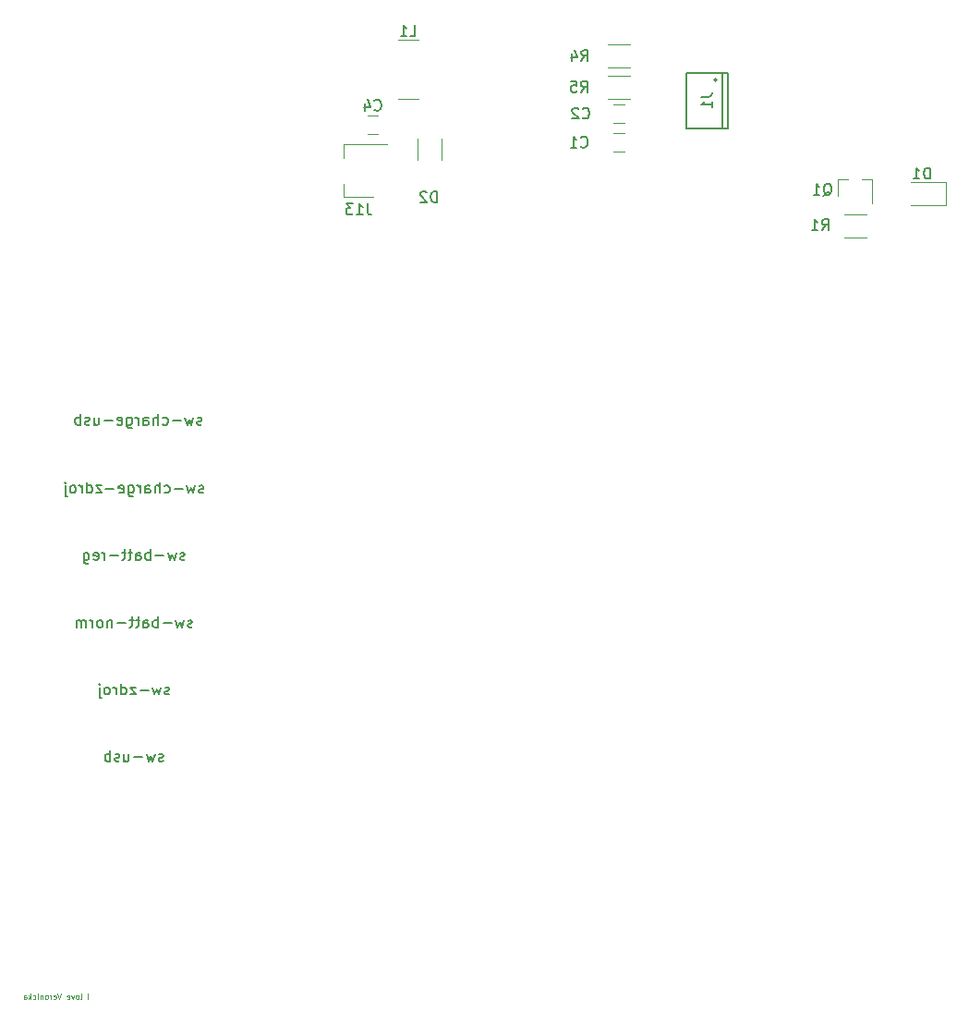
<source format=gbo>
G04 #@! TF.GenerationSoftware,KiCad,Pcbnew,(6.0.0-rc1-dev-637-g704615721)*
G04 #@! TF.CreationDate,2018-10-01T23:53:43+02:00*
G04 #@! TF.ProjectId,fan-v1.0,66616E2D76312E302E6B696361645F70,rev?*
G04 #@! TF.SameCoordinates,Original*
G04 #@! TF.FileFunction,Legend,Bot*
G04 #@! TF.FilePolarity,Positive*
%FSLAX46Y46*%
G04 Gerber Fmt 4.6, Leading zero omitted, Abs format (unit mm)*
G04 Created by KiCad (PCBNEW (6.0.0-rc1-dev-637-g704615721)) date 10/01/18 23:53:43*
%MOMM*%
%LPD*%
G01*
G04 APERTURE LIST*
%ADD10C,0.125000*%
%ADD11C,0.120000*%
%ADD12C,0.150000*%
G04 APERTURE END LIST*
D10*
X65399076Y-128775590D02*
X65399076Y-128275590D01*
X64708600Y-128775590D02*
X64756219Y-128751780D01*
X64780028Y-128704161D01*
X64780028Y-128275590D01*
X64446695Y-128775590D02*
X64494314Y-128751780D01*
X64518123Y-128727971D01*
X64541933Y-128680352D01*
X64541933Y-128537495D01*
X64518123Y-128489876D01*
X64494314Y-128466066D01*
X64446695Y-128442257D01*
X64375266Y-128442257D01*
X64327647Y-128466066D01*
X64303838Y-128489876D01*
X64280028Y-128537495D01*
X64280028Y-128680352D01*
X64303838Y-128727971D01*
X64327647Y-128751780D01*
X64375266Y-128775590D01*
X64446695Y-128775590D01*
X64113361Y-128442257D02*
X63994314Y-128775590D01*
X63875266Y-128442257D01*
X63494314Y-128751780D02*
X63541933Y-128775590D01*
X63637171Y-128775590D01*
X63684790Y-128751780D01*
X63708600Y-128704161D01*
X63708600Y-128513685D01*
X63684790Y-128466066D01*
X63637171Y-128442257D01*
X63541933Y-128442257D01*
X63494314Y-128466066D01*
X63470504Y-128513685D01*
X63470504Y-128561304D01*
X63708600Y-128608923D01*
X62946695Y-128275590D02*
X62780028Y-128775590D01*
X62613361Y-128275590D01*
X62256219Y-128751780D02*
X62303838Y-128775590D01*
X62399076Y-128775590D01*
X62446695Y-128751780D01*
X62470504Y-128704161D01*
X62470504Y-128513685D01*
X62446695Y-128466066D01*
X62399076Y-128442257D01*
X62303838Y-128442257D01*
X62256219Y-128466066D01*
X62232409Y-128513685D01*
X62232409Y-128561304D01*
X62470504Y-128608923D01*
X62018123Y-128775590D02*
X62018123Y-128442257D01*
X62018123Y-128537495D02*
X61994314Y-128489876D01*
X61970504Y-128466066D01*
X61922885Y-128442257D01*
X61875266Y-128442257D01*
X61637171Y-128775590D02*
X61684790Y-128751780D01*
X61708600Y-128727971D01*
X61732409Y-128680352D01*
X61732409Y-128537495D01*
X61708600Y-128489876D01*
X61684790Y-128466066D01*
X61637171Y-128442257D01*
X61565742Y-128442257D01*
X61518123Y-128466066D01*
X61494314Y-128489876D01*
X61470504Y-128537495D01*
X61470504Y-128680352D01*
X61494314Y-128727971D01*
X61518123Y-128751780D01*
X61565742Y-128775590D01*
X61637171Y-128775590D01*
X61256219Y-128442257D02*
X61256219Y-128775590D01*
X61256219Y-128489876D02*
X61232409Y-128466066D01*
X61184790Y-128442257D01*
X61113361Y-128442257D01*
X61065742Y-128466066D01*
X61041933Y-128513685D01*
X61041933Y-128775590D01*
X60803838Y-128775590D02*
X60803838Y-128442257D01*
X60803838Y-128275590D02*
X60827647Y-128299400D01*
X60803838Y-128323209D01*
X60780028Y-128299400D01*
X60803838Y-128275590D01*
X60803838Y-128323209D01*
X60351457Y-128751780D02*
X60399076Y-128775590D01*
X60494314Y-128775590D01*
X60541933Y-128751780D01*
X60565742Y-128727971D01*
X60589552Y-128680352D01*
X60589552Y-128537495D01*
X60565742Y-128489876D01*
X60541933Y-128466066D01*
X60494314Y-128442257D01*
X60399076Y-128442257D01*
X60351457Y-128466066D01*
X60137171Y-128775590D02*
X60137171Y-128275590D01*
X60089552Y-128585114D02*
X59946695Y-128775590D01*
X59946695Y-128442257D02*
X60137171Y-128632733D01*
X59518123Y-128775590D02*
X59518123Y-128513685D01*
X59541933Y-128466066D01*
X59589552Y-128442257D01*
X59684790Y-128442257D01*
X59732409Y-128466066D01*
X59518123Y-128751780D02*
X59565742Y-128775590D01*
X59684790Y-128775590D01*
X59732409Y-128751780D01*
X59756219Y-128704161D01*
X59756219Y-128656542D01*
X59732409Y-128608923D01*
X59684790Y-128585114D01*
X59565742Y-128585114D01*
X59518123Y-128561304D01*
D11*
G04 #@! TO.C,C1*
X114551400Y-51167400D02*
X113551400Y-51167400D01*
X113551400Y-49467400D02*
X114551400Y-49467400D01*
G04 #@! TO.C,C2*
X114540600Y-48513100D02*
X113540600Y-48513100D01*
X113540600Y-46813100D02*
X114540600Y-46813100D01*
G04 #@! TO.C,R4*
X115073600Y-41322600D02*
X113073600Y-41322600D01*
X113073600Y-43462600D02*
X115073600Y-43462600D01*
G04 #@! TO.C,R5*
X113084100Y-46320100D02*
X115084100Y-46320100D01*
X115084100Y-44180100D02*
X113084100Y-44180100D01*
G04 #@! TO.C,R1*
X134735400Y-59058200D02*
X136735400Y-59058200D01*
X136735400Y-56918200D02*
X134735400Y-56918200D01*
G04 #@! TO.C,D1*
X144035000Y-56051000D02*
X140835000Y-56051000D01*
X140835000Y-53931000D02*
X144035000Y-53931000D01*
X144035000Y-53931000D02*
X144035000Y-56051000D01*
D12*
G04 #@! TO.C,J1*
X124053600Y-48996600D02*
X120243600Y-48996600D01*
X124053600Y-43916600D02*
X120243600Y-43916600D01*
X124053600Y-43916600D02*
X124053600Y-48996600D01*
X120243600Y-43916600D02*
X120243600Y-48996600D01*
X123545600Y-43916600D02*
X123545600Y-48996600D01*
X123037600Y-44551600D02*
G75*
G03X123037600Y-44551600I-127000J0D01*
G01*
D11*
G04 #@! TO.C,Q1*
X134132200Y-53723000D02*
X134132200Y-55183000D01*
X137292200Y-53723000D02*
X137292200Y-55883000D01*
X137292200Y-53723000D02*
X136362200Y-53723000D01*
X134132200Y-53723000D02*
X135062200Y-53723000D01*
G04 #@! TO.C,C4*
X91996200Y-49541800D02*
X90996200Y-49541800D01*
X90996200Y-47841800D02*
X91996200Y-47841800D01*
G04 #@! TO.C,D2*
X97767800Y-51945800D02*
X97767800Y-49945800D01*
X95627800Y-49945800D02*
X95627800Y-51945800D01*
G04 #@! TO.C,J13*
X88820600Y-50508200D02*
X88820600Y-51708200D01*
X92820600Y-50508200D02*
X88820600Y-50508200D01*
X88820600Y-55308200D02*
X91520600Y-55308200D01*
X88820600Y-54108200D02*
X88820600Y-55308200D01*
G04 #@! TO.C,L1*
X95697800Y-40941800D02*
X93797800Y-40941800D01*
X93797800Y-46281800D02*
X95697800Y-46281800D01*
G04 #@! TO.C,sw-charge-usb*
D12*
X75837323Y-76122161D02*
X75742085Y-76169780D01*
X75551609Y-76169780D01*
X75456371Y-76122161D01*
X75408752Y-76026923D01*
X75408752Y-75979304D01*
X75456371Y-75884066D01*
X75551609Y-75836447D01*
X75694466Y-75836447D01*
X75789704Y-75788828D01*
X75837323Y-75693590D01*
X75837323Y-75645971D01*
X75789704Y-75550733D01*
X75694466Y-75503114D01*
X75551609Y-75503114D01*
X75456371Y-75550733D01*
X75075419Y-75503114D02*
X74884942Y-76169780D01*
X74694466Y-75693590D01*
X74503990Y-76169780D01*
X74313514Y-75503114D01*
X73932561Y-75788828D02*
X73170657Y-75788828D01*
X72265895Y-76122161D02*
X72361133Y-76169780D01*
X72551609Y-76169780D01*
X72646847Y-76122161D01*
X72694466Y-76074542D01*
X72742085Y-75979304D01*
X72742085Y-75693590D01*
X72694466Y-75598352D01*
X72646847Y-75550733D01*
X72551609Y-75503114D01*
X72361133Y-75503114D01*
X72265895Y-75550733D01*
X71837323Y-76169780D02*
X71837323Y-75169780D01*
X71408752Y-76169780D02*
X71408752Y-75645971D01*
X71456371Y-75550733D01*
X71551609Y-75503114D01*
X71694466Y-75503114D01*
X71789704Y-75550733D01*
X71837323Y-75598352D01*
X70503990Y-76169780D02*
X70503990Y-75645971D01*
X70551609Y-75550733D01*
X70646847Y-75503114D01*
X70837323Y-75503114D01*
X70932561Y-75550733D01*
X70503990Y-76122161D02*
X70599228Y-76169780D01*
X70837323Y-76169780D01*
X70932561Y-76122161D01*
X70980180Y-76026923D01*
X70980180Y-75931685D01*
X70932561Y-75836447D01*
X70837323Y-75788828D01*
X70599228Y-75788828D01*
X70503990Y-75741209D01*
X70027800Y-76169780D02*
X70027800Y-75503114D01*
X70027800Y-75693590D02*
X69980180Y-75598352D01*
X69932561Y-75550733D01*
X69837323Y-75503114D01*
X69742085Y-75503114D01*
X68980180Y-75503114D02*
X68980180Y-76312638D01*
X69027800Y-76407876D01*
X69075419Y-76455495D01*
X69170657Y-76503114D01*
X69313514Y-76503114D01*
X69408752Y-76455495D01*
X68980180Y-76122161D02*
X69075419Y-76169780D01*
X69265895Y-76169780D01*
X69361133Y-76122161D01*
X69408752Y-76074542D01*
X69456371Y-75979304D01*
X69456371Y-75693590D01*
X69408752Y-75598352D01*
X69361133Y-75550733D01*
X69265895Y-75503114D01*
X69075419Y-75503114D01*
X68980180Y-75550733D01*
X68123038Y-76122161D02*
X68218276Y-76169780D01*
X68408752Y-76169780D01*
X68503990Y-76122161D01*
X68551609Y-76026923D01*
X68551609Y-75645971D01*
X68503990Y-75550733D01*
X68408752Y-75503114D01*
X68218276Y-75503114D01*
X68123038Y-75550733D01*
X68075419Y-75645971D01*
X68075419Y-75741209D01*
X68551609Y-75836447D01*
X67646847Y-75788828D02*
X66884942Y-75788828D01*
X65980180Y-75503114D02*
X65980180Y-76169780D01*
X66408752Y-75503114D02*
X66408752Y-76026923D01*
X66361133Y-76122161D01*
X66265895Y-76169780D01*
X66123038Y-76169780D01*
X66027800Y-76122161D01*
X65980180Y-76074542D01*
X65551609Y-76122161D02*
X65456371Y-76169780D01*
X65265895Y-76169780D01*
X65170657Y-76122161D01*
X65123038Y-76026923D01*
X65123038Y-75979304D01*
X65170657Y-75884066D01*
X65265895Y-75836447D01*
X65408752Y-75836447D01*
X65503990Y-75788828D01*
X65551609Y-75693590D01*
X65551609Y-75645971D01*
X65503990Y-75550733D01*
X65408752Y-75503114D01*
X65265895Y-75503114D01*
X65170657Y-75550733D01*
X64694466Y-76169780D02*
X64694466Y-75169780D01*
X64694466Y-75550733D02*
X64599228Y-75503114D01*
X64408752Y-75503114D01*
X64313514Y-75550733D01*
X64265895Y-75598352D01*
X64218276Y-75693590D01*
X64218276Y-75979304D01*
X64265895Y-76074542D01*
X64313514Y-76122161D01*
X64408752Y-76169780D01*
X64599228Y-76169780D01*
X64694466Y-76122161D01*
G04 #@! TO.C,C1*
X110580466Y-50674542D02*
X110628085Y-50722161D01*
X110770942Y-50769780D01*
X110866180Y-50769780D01*
X111009038Y-50722161D01*
X111104276Y-50626923D01*
X111151895Y-50531685D01*
X111199514Y-50341209D01*
X111199514Y-50198352D01*
X111151895Y-50007876D01*
X111104276Y-49912638D01*
X111009038Y-49817400D01*
X110866180Y-49769780D01*
X110770942Y-49769780D01*
X110628085Y-49817400D01*
X110580466Y-49865019D01*
X109628085Y-50769780D02*
X110199514Y-50769780D01*
X109913800Y-50769780D02*
X109913800Y-49769780D01*
X110009038Y-49912638D01*
X110104276Y-50007876D01*
X110199514Y-50055495D01*
G04 #@! TO.C,C2*
X110732866Y-48032942D02*
X110780485Y-48080561D01*
X110923342Y-48128180D01*
X111018580Y-48128180D01*
X111161438Y-48080561D01*
X111256676Y-47985323D01*
X111304295Y-47890085D01*
X111351914Y-47699609D01*
X111351914Y-47556752D01*
X111304295Y-47366276D01*
X111256676Y-47271038D01*
X111161438Y-47175800D01*
X111018580Y-47128180D01*
X110923342Y-47128180D01*
X110780485Y-47175800D01*
X110732866Y-47223419D01*
X110351914Y-47223419D02*
X110304295Y-47175800D01*
X110209057Y-47128180D01*
X109970961Y-47128180D01*
X109875723Y-47175800D01*
X109828104Y-47223419D01*
X109780485Y-47318657D01*
X109780485Y-47413895D01*
X109828104Y-47556752D01*
X110399533Y-48128180D01*
X109780485Y-48128180D01*
G04 #@! TO.C,R4*
X110631266Y-42844980D02*
X110964600Y-42368790D01*
X111202695Y-42844980D02*
X111202695Y-41844980D01*
X110821742Y-41844980D01*
X110726504Y-41892600D01*
X110678885Y-41940219D01*
X110631266Y-42035457D01*
X110631266Y-42178314D01*
X110678885Y-42273552D01*
X110726504Y-42321171D01*
X110821742Y-42368790D01*
X111202695Y-42368790D01*
X109774123Y-42178314D02*
X109774123Y-42844980D01*
X110012219Y-41797361D02*
X110250314Y-42511647D01*
X109631266Y-42511647D01*
G04 #@! TO.C,R5*
X110580466Y-45689780D02*
X110913800Y-45213590D01*
X111151895Y-45689780D02*
X111151895Y-44689780D01*
X110770942Y-44689780D01*
X110675704Y-44737400D01*
X110628085Y-44785019D01*
X110580466Y-44880257D01*
X110580466Y-45023114D01*
X110628085Y-45118352D01*
X110675704Y-45165971D01*
X110770942Y-45213590D01*
X111151895Y-45213590D01*
X109675704Y-44689780D02*
X110151895Y-44689780D01*
X110199514Y-45165971D01*
X110151895Y-45118352D01*
X110056657Y-45070733D01*
X109818561Y-45070733D01*
X109723323Y-45118352D01*
X109675704Y-45165971D01*
X109628085Y-45261209D01*
X109628085Y-45499304D01*
X109675704Y-45594542D01*
X109723323Y-45642161D01*
X109818561Y-45689780D01*
X110056657Y-45689780D01*
X110151895Y-45642161D01*
X110199514Y-45594542D01*
G04 #@! TO.C,R1*
X132678466Y-58338980D02*
X133011800Y-57862790D01*
X133249895Y-58338980D02*
X133249895Y-57338980D01*
X132868942Y-57338980D01*
X132773704Y-57386600D01*
X132726085Y-57434219D01*
X132678466Y-57529457D01*
X132678466Y-57672314D01*
X132726085Y-57767552D01*
X132773704Y-57815171D01*
X132868942Y-57862790D01*
X133249895Y-57862790D01*
X131726085Y-58338980D02*
X132297514Y-58338980D01*
X132011800Y-58338980D02*
X132011800Y-57338980D01*
X132107038Y-57481838D01*
X132202276Y-57577076D01*
X132297514Y-57624695D01*
G04 #@! TO.C,D1*
X142573095Y-53643380D02*
X142573095Y-52643380D01*
X142335000Y-52643380D01*
X142192142Y-52691000D01*
X142096904Y-52786238D01*
X142049285Y-52881476D01*
X142001666Y-53071952D01*
X142001666Y-53214809D01*
X142049285Y-53405285D01*
X142096904Y-53500523D01*
X142192142Y-53595761D01*
X142335000Y-53643380D01*
X142573095Y-53643380D01*
X141049285Y-53643380D02*
X141620714Y-53643380D01*
X141335000Y-53643380D02*
X141335000Y-52643380D01*
X141430238Y-52786238D01*
X141525476Y-52881476D01*
X141620714Y-52929095D01*
G04 #@! TO.C,J1*
X121600980Y-46123266D02*
X122315266Y-46123266D01*
X122458123Y-46075647D01*
X122553361Y-45980409D01*
X122600980Y-45837552D01*
X122600980Y-45742314D01*
X122600980Y-47123266D02*
X122600980Y-46551838D01*
X122600980Y-46837552D02*
X121600980Y-46837552D01*
X121743838Y-46742314D01*
X121839076Y-46647076D01*
X121886695Y-46551838D01*
G04 #@! TO.C,Q1*
X132810238Y-55183019D02*
X132905476Y-55135400D01*
X133000714Y-55040161D01*
X133143571Y-54897304D01*
X133238809Y-54849685D01*
X133334047Y-54849685D01*
X133286428Y-55087780D02*
X133381666Y-55040161D01*
X133476904Y-54944923D01*
X133524523Y-54754447D01*
X133524523Y-54421114D01*
X133476904Y-54230638D01*
X133381666Y-54135400D01*
X133286428Y-54087780D01*
X133095952Y-54087780D01*
X133000714Y-54135400D01*
X132905476Y-54230638D01*
X132857857Y-54421114D01*
X132857857Y-54754447D01*
X132905476Y-54944923D01*
X133000714Y-55040161D01*
X133095952Y-55087780D01*
X133286428Y-55087780D01*
X131905476Y-55087780D02*
X132476904Y-55087780D01*
X132191190Y-55087780D02*
X132191190Y-54087780D01*
X132286428Y-54230638D01*
X132381666Y-54325876D01*
X132476904Y-54373495D01*
G04 #@! TO.C,sw-charge-zdroj*
X75978542Y-82370561D02*
X75883304Y-82418180D01*
X75692828Y-82418180D01*
X75597590Y-82370561D01*
X75549971Y-82275323D01*
X75549971Y-82227704D01*
X75597590Y-82132466D01*
X75692828Y-82084847D01*
X75835685Y-82084847D01*
X75930923Y-82037228D01*
X75978542Y-81941990D01*
X75978542Y-81894371D01*
X75930923Y-81799133D01*
X75835685Y-81751514D01*
X75692828Y-81751514D01*
X75597590Y-81799133D01*
X75216638Y-81751514D02*
X75026161Y-82418180D01*
X74835685Y-81941990D01*
X74645209Y-82418180D01*
X74454733Y-81751514D01*
X74073780Y-82037228D02*
X73311876Y-82037228D01*
X72407114Y-82370561D02*
X72502352Y-82418180D01*
X72692828Y-82418180D01*
X72788066Y-82370561D01*
X72835685Y-82322942D01*
X72883304Y-82227704D01*
X72883304Y-81941990D01*
X72835685Y-81846752D01*
X72788066Y-81799133D01*
X72692828Y-81751514D01*
X72502352Y-81751514D01*
X72407114Y-81799133D01*
X71978542Y-82418180D02*
X71978542Y-81418180D01*
X71549971Y-82418180D02*
X71549971Y-81894371D01*
X71597590Y-81799133D01*
X71692828Y-81751514D01*
X71835685Y-81751514D01*
X71930923Y-81799133D01*
X71978542Y-81846752D01*
X70645209Y-82418180D02*
X70645209Y-81894371D01*
X70692828Y-81799133D01*
X70788066Y-81751514D01*
X70978542Y-81751514D01*
X71073780Y-81799133D01*
X70645209Y-82370561D02*
X70740447Y-82418180D01*
X70978542Y-82418180D01*
X71073780Y-82370561D01*
X71121400Y-82275323D01*
X71121400Y-82180085D01*
X71073780Y-82084847D01*
X70978542Y-82037228D01*
X70740447Y-82037228D01*
X70645209Y-81989609D01*
X70169019Y-82418180D02*
X70169019Y-81751514D01*
X70169019Y-81941990D02*
X70121400Y-81846752D01*
X70073780Y-81799133D01*
X69978542Y-81751514D01*
X69883304Y-81751514D01*
X69121400Y-81751514D02*
X69121400Y-82561038D01*
X69169019Y-82656276D01*
X69216638Y-82703895D01*
X69311876Y-82751514D01*
X69454733Y-82751514D01*
X69549971Y-82703895D01*
X69121400Y-82370561D02*
X69216638Y-82418180D01*
X69407114Y-82418180D01*
X69502352Y-82370561D01*
X69549971Y-82322942D01*
X69597590Y-82227704D01*
X69597590Y-81941990D01*
X69549971Y-81846752D01*
X69502352Y-81799133D01*
X69407114Y-81751514D01*
X69216638Y-81751514D01*
X69121400Y-81799133D01*
X68264257Y-82370561D02*
X68359495Y-82418180D01*
X68549971Y-82418180D01*
X68645209Y-82370561D01*
X68692828Y-82275323D01*
X68692828Y-81894371D01*
X68645209Y-81799133D01*
X68549971Y-81751514D01*
X68359495Y-81751514D01*
X68264257Y-81799133D01*
X68216638Y-81894371D01*
X68216638Y-81989609D01*
X68692828Y-82084847D01*
X67788066Y-82037228D02*
X67026161Y-82037228D01*
X66645209Y-81751514D02*
X66121400Y-81751514D01*
X66645209Y-82418180D01*
X66121400Y-82418180D01*
X65311876Y-82418180D02*
X65311876Y-81418180D01*
X65311876Y-82370561D02*
X65407114Y-82418180D01*
X65597590Y-82418180D01*
X65692828Y-82370561D01*
X65740447Y-82322942D01*
X65788066Y-82227704D01*
X65788066Y-81941990D01*
X65740447Y-81846752D01*
X65692828Y-81799133D01*
X65597590Y-81751514D01*
X65407114Y-81751514D01*
X65311876Y-81799133D01*
X64835685Y-82418180D02*
X64835685Y-81751514D01*
X64835685Y-81941990D02*
X64788066Y-81846752D01*
X64740447Y-81799133D01*
X64645209Y-81751514D01*
X64549971Y-81751514D01*
X64073780Y-82418180D02*
X64169019Y-82370561D01*
X64216638Y-82322942D01*
X64264257Y-82227704D01*
X64264257Y-81941990D01*
X64216638Y-81846752D01*
X64169019Y-81799133D01*
X64073780Y-81751514D01*
X63930923Y-81751514D01*
X63835685Y-81799133D01*
X63788066Y-81846752D01*
X63740447Y-81941990D01*
X63740447Y-82227704D01*
X63788066Y-82322942D01*
X63835685Y-82370561D01*
X63930923Y-82418180D01*
X64073780Y-82418180D01*
X63311876Y-81751514D02*
X63311876Y-82608657D01*
X63359495Y-82703895D01*
X63454733Y-82751514D01*
X63502352Y-82751514D01*
X63311876Y-81418180D02*
X63359495Y-81465800D01*
X63311876Y-81513419D01*
X63264257Y-81465800D01*
X63311876Y-81418180D01*
X63311876Y-81513419D01*
G04 #@! TO.C,sw-batt-reg*
X74264257Y-88517361D02*
X74169019Y-88564980D01*
X73978542Y-88564980D01*
X73883304Y-88517361D01*
X73835685Y-88422123D01*
X73835685Y-88374504D01*
X73883304Y-88279266D01*
X73978542Y-88231647D01*
X74121400Y-88231647D01*
X74216638Y-88184028D01*
X74264257Y-88088790D01*
X74264257Y-88041171D01*
X74216638Y-87945933D01*
X74121400Y-87898314D01*
X73978542Y-87898314D01*
X73883304Y-87945933D01*
X73502352Y-87898314D02*
X73311876Y-88564980D01*
X73121400Y-88088790D01*
X72930923Y-88564980D01*
X72740447Y-87898314D01*
X72359495Y-88184028D02*
X71597590Y-88184028D01*
X71121400Y-88564980D02*
X71121400Y-87564980D01*
X71121400Y-87945933D02*
X71026161Y-87898314D01*
X70835685Y-87898314D01*
X70740447Y-87945933D01*
X70692828Y-87993552D01*
X70645209Y-88088790D01*
X70645209Y-88374504D01*
X70692828Y-88469742D01*
X70740447Y-88517361D01*
X70835685Y-88564980D01*
X71026161Y-88564980D01*
X71121400Y-88517361D01*
X69788066Y-88564980D02*
X69788066Y-88041171D01*
X69835685Y-87945933D01*
X69930923Y-87898314D01*
X70121400Y-87898314D01*
X70216638Y-87945933D01*
X69788066Y-88517361D02*
X69883304Y-88564980D01*
X70121400Y-88564980D01*
X70216638Y-88517361D01*
X70264257Y-88422123D01*
X70264257Y-88326885D01*
X70216638Y-88231647D01*
X70121400Y-88184028D01*
X69883304Y-88184028D01*
X69788066Y-88136409D01*
X69454733Y-87898314D02*
X69073780Y-87898314D01*
X69311876Y-87564980D02*
X69311876Y-88422123D01*
X69264257Y-88517361D01*
X69169019Y-88564980D01*
X69073780Y-88564980D01*
X68883304Y-87898314D02*
X68502352Y-87898314D01*
X68740447Y-87564980D02*
X68740447Y-88422123D01*
X68692828Y-88517361D01*
X68597590Y-88564980D01*
X68502352Y-88564980D01*
X68169019Y-88184028D02*
X67407114Y-88184028D01*
X66930923Y-88564980D02*
X66930923Y-87898314D01*
X66930923Y-88088790D02*
X66883304Y-87993552D01*
X66835685Y-87945933D01*
X66740447Y-87898314D01*
X66645209Y-87898314D01*
X65930923Y-88517361D02*
X66026161Y-88564980D01*
X66216638Y-88564980D01*
X66311876Y-88517361D01*
X66359495Y-88422123D01*
X66359495Y-88041171D01*
X66311876Y-87945933D01*
X66216638Y-87898314D01*
X66026161Y-87898314D01*
X65930923Y-87945933D01*
X65883304Y-88041171D01*
X65883304Y-88136409D01*
X66359495Y-88231647D01*
X65026161Y-87898314D02*
X65026161Y-88707838D01*
X65073780Y-88803076D01*
X65121400Y-88850695D01*
X65216638Y-88898314D01*
X65359495Y-88898314D01*
X65454733Y-88850695D01*
X65026161Y-88517361D02*
X65121400Y-88564980D01*
X65311876Y-88564980D01*
X65407114Y-88517361D01*
X65454733Y-88469742D01*
X65502352Y-88374504D01*
X65502352Y-88088790D01*
X65454733Y-87993552D01*
X65407114Y-87945933D01*
X65311876Y-87898314D01*
X65121400Y-87898314D01*
X65026161Y-87945933D01*
G04 #@! TO.C,sw-batt-norm*
X74954733Y-94689561D02*
X74859495Y-94737180D01*
X74669019Y-94737180D01*
X74573780Y-94689561D01*
X74526161Y-94594323D01*
X74526161Y-94546704D01*
X74573780Y-94451466D01*
X74669019Y-94403847D01*
X74811876Y-94403847D01*
X74907114Y-94356228D01*
X74954733Y-94260990D01*
X74954733Y-94213371D01*
X74907114Y-94118133D01*
X74811876Y-94070514D01*
X74669019Y-94070514D01*
X74573780Y-94118133D01*
X74192828Y-94070514D02*
X74002352Y-94737180D01*
X73811876Y-94260990D01*
X73621400Y-94737180D01*
X73430923Y-94070514D01*
X73049971Y-94356228D02*
X72288066Y-94356228D01*
X71811876Y-94737180D02*
X71811876Y-93737180D01*
X71811876Y-94118133D02*
X71716638Y-94070514D01*
X71526161Y-94070514D01*
X71430923Y-94118133D01*
X71383304Y-94165752D01*
X71335685Y-94260990D01*
X71335685Y-94546704D01*
X71383304Y-94641942D01*
X71430923Y-94689561D01*
X71526161Y-94737180D01*
X71716638Y-94737180D01*
X71811876Y-94689561D01*
X70478542Y-94737180D02*
X70478542Y-94213371D01*
X70526161Y-94118133D01*
X70621400Y-94070514D01*
X70811876Y-94070514D01*
X70907114Y-94118133D01*
X70478542Y-94689561D02*
X70573780Y-94737180D01*
X70811876Y-94737180D01*
X70907114Y-94689561D01*
X70954733Y-94594323D01*
X70954733Y-94499085D01*
X70907114Y-94403847D01*
X70811876Y-94356228D01*
X70573780Y-94356228D01*
X70478542Y-94308609D01*
X70145209Y-94070514D02*
X69764257Y-94070514D01*
X70002352Y-93737180D02*
X70002352Y-94594323D01*
X69954733Y-94689561D01*
X69859495Y-94737180D01*
X69764257Y-94737180D01*
X69573780Y-94070514D02*
X69192828Y-94070514D01*
X69430923Y-93737180D02*
X69430923Y-94594323D01*
X69383304Y-94689561D01*
X69288066Y-94737180D01*
X69192828Y-94737180D01*
X68859495Y-94356228D02*
X68097590Y-94356228D01*
X67621400Y-94070514D02*
X67621400Y-94737180D01*
X67621400Y-94165752D02*
X67573780Y-94118133D01*
X67478542Y-94070514D01*
X67335685Y-94070514D01*
X67240447Y-94118133D01*
X67192828Y-94213371D01*
X67192828Y-94737180D01*
X66573780Y-94737180D02*
X66669019Y-94689561D01*
X66716638Y-94641942D01*
X66764257Y-94546704D01*
X66764257Y-94260990D01*
X66716638Y-94165752D01*
X66669019Y-94118133D01*
X66573780Y-94070514D01*
X66430923Y-94070514D01*
X66335685Y-94118133D01*
X66288066Y-94165752D01*
X66240447Y-94260990D01*
X66240447Y-94546704D01*
X66288066Y-94641942D01*
X66335685Y-94689561D01*
X66430923Y-94737180D01*
X66573780Y-94737180D01*
X65811876Y-94737180D02*
X65811876Y-94070514D01*
X65811876Y-94260990D02*
X65764257Y-94165752D01*
X65716638Y-94118133D01*
X65621400Y-94070514D01*
X65526161Y-94070514D01*
X65192828Y-94737180D02*
X65192828Y-94070514D01*
X65192828Y-94165752D02*
X65145209Y-94118133D01*
X65049971Y-94070514D01*
X64907114Y-94070514D01*
X64811876Y-94118133D01*
X64764257Y-94213371D01*
X64764257Y-94737180D01*
X64764257Y-94213371D02*
X64716638Y-94118133D01*
X64621400Y-94070514D01*
X64478542Y-94070514D01*
X64383304Y-94118133D01*
X64335685Y-94213371D01*
X64335685Y-94737180D01*
G04 #@! TO.C,sw-zdroj*
X72835685Y-100836361D02*
X72740447Y-100883980D01*
X72549971Y-100883980D01*
X72454733Y-100836361D01*
X72407114Y-100741123D01*
X72407114Y-100693504D01*
X72454733Y-100598266D01*
X72549971Y-100550647D01*
X72692828Y-100550647D01*
X72788066Y-100503028D01*
X72835685Y-100407790D01*
X72835685Y-100360171D01*
X72788066Y-100264933D01*
X72692828Y-100217314D01*
X72549971Y-100217314D01*
X72454733Y-100264933D01*
X72073780Y-100217314D02*
X71883304Y-100883980D01*
X71692828Y-100407790D01*
X71502352Y-100883980D01*
X71311876Y-100217314D01*
X70930923Y-100503028D02*
X70169019Y-100503028D01*
X69788066Y-100217314D02*
X69264257Y-100217314D01*
X69788066Y-100883980D01*
X69264257Y-100883980D01*
X68454733Y-100883980D02*
X68454733Y-99883980D01*
X68454733Y-100836361D02*
X68549971Y-100883980D01*
X68740447Y-100883980D01*
X68835685Y-100836361D01*
X68883304Y-100788742D01*
X68930923Y-100693504D01*
X68930923Y-100407790D01*
X68883304Y-100312552D01*
X68835685Y-100264933D01*
X68740447Y-100217314D01*
X68549971Y-100217314D01*
X68454733Y-100264933D01*
X67978542Y-100883980D02*
X67978542Y-100217314D01*
X67978542Y-100407790D02*
X67930923Y-100312552D01*
X67883304Y-100264933D01*
X67788066Y-100217314D01*
X67692828Y-100217314D01*
X67216638Y-100883980D02*
X67311876Y-100836361D01*
X67359495Y-100788742D01*
X67407114Y-100693504D01*
X67407114Y-100407790D01*
X67359495Y-100312552D01*
X67311876Y-100264933D01*
X67216638Y-100217314D01*
X67073780Y-100217314D01*
X66978542Y-100264933D01*
X66930923Y-100312552D01*
X66883304Y-100407790D01*
X66883304Y-100693504D01*
X66930923Y-100788742D01*
X66978542Y-100836361D01*
X67073780Y-100883980D01*
X67216638Y-100883980D01*
X66454733Y-100217314D02*
X66454733Y-101074457D01*
X66502352Y-101169695D01*
X66597590Y-101217314D01*
X66645209Y-101217314D01*
X66454733Y-99883980D02*
X66502352Y-99931600D01*
X66454733Y-99979219D01*
X66407114Y-99931600D01*
X66454733Y-99883980D01*
X66454733Y-99979219D01*
G04 #@! TO.C,sw-usb*
X72288066Y-106957761D02*
X72192828Y-107005380D01*
X72002352Y-107005380D01*
X71907114Y-106957761D01*
X71859495Y-106862523D01*
X71859495Y-106814904D01*
X71907114Y-106719666D01*
X72002352Y-106672047D01*
X72145209Y-106672047D01*
X72240447Y-106624428D01*
X72288066Y-106529190D01*
X72288066Y-106481571D01*
X72240447Y-106386333D01*
X72145209Y-106338714D01*
X72002352Y-106338714D01*
X71907114Y-106386333D01*
X71526161Y-106338714D02*
X71335685Y-107005380D01*
X71145209Y-106529190D01*
X70954733Y-107005380D01*
X70764257Y-106338714D01*
X70383304Y-106624428D02*
X69621400Y-106624428D01*
X68716638Y-106338714D02*
X68716638Y-107005380D01*
X69145209Y-106338714D02*
X69145209Y-106862523D01*
X69097590Y-106957761D01*
X69002352Y-107005380D01*
X68859495Y-107005380D01*
X68764257Y-106957761D01*
X68716638Y-106910142D01*
X68288066Y-106957761D02*
X68192828Y-107005380D01*
X68002352Y-107005380D01*
X67907114Y-106957761D01*
X67859495Y-106862523D01*
X67859495Y-106814904D01*
X67907114Y-106719666D01*
X68002352Y-106672047D01*
X68145209Y-106672047D01*
X68240447Y-106624428D01*
X68288066Y-106529190D01*
X68288066Y-106481571D01*
X68240447Y-106386333D01*
X68145209Y-106338714D01*
X68002352Y-106338714D01*
X67907114Y-106386333D01*
X67430923Y-107005380D02*
X67430923Y-106005380D01*
X67430923Y-106386333D02*
X67335685Y-106338714D01*
X67145209Y-106338714D01*
X67049971Y-106386333D01*
X67002352Y-106433952D01*
X66954733Y-106529190D01*
X66954733Y-106814904D01*
X67002352Y-106910142D01*
X67049971Y-106957761D01*
X67145209Y-107005380D01*
X67335685Y-107005380D01*
X67430923Y-106957761D01*
G04 #@! TO.C,C4*
X91662866Y-47298942D02*
X91710485Y-47346561D01*
X91853342Y-47394180D01*
X91948580Y-47394180D01*
X92091438Y-47346561D01*
X92186676Y-47251323D01*
X92234295Y-47156085D01*
X92281914Y-46965609D01*
X92281914Y-46822752D01*
X92234295Y-46632276D01*
X92186676Y-46537038D01*
X92091438Y-46441800D01*
X91948580Y-46394180D01*
X91853342Y-46394180D01*
X91710485Y-46441800D01*
X91662866Y-46489419D01*
X90805723Y-46727514D02*
X90805723Y-47394180D01*
X91043819Y-46346561D02*
X91281914Y-47060847D01*
X90662866Y-47060847D01*
G04 #@! TO.C,D2*
X97385095Y-55798980D02*
X97385095Y-54798980D01*
X97147000Y-54798980D01*
X97004142Y-54846600D01*
X96908904Y-54941838D01*
X96861285Y-55037076D01*
X96813666Y-55227552D01*
X96813666Y-55370409D01*
X96861285Y-55560885D01*
X96908904Y-55656123D01*
X97004142Y-55751361D01*
X97147000Y-55798980D01*
X97385095Y-55798980D01*
X96432714Y-54894219D02*
X96385095Y-54846600D01*
X96289857Y-54798980D01*
X96051761Y-54798980D01*
X95956523Y-54846600D01*
X95908904Y-54894219D01*
X95861285Y-54989457D01*
X95861285Y-55084695D01*
X95908904Y-55227552D01*
X96480333Y-55798980D01*
X95861285Y-55798980D01*
G04 #@! TO.C,J13*
X91004923Y-55916580D02*
X91004923Y-56630866D01*
X91052542Y-56773723D01*
X91147780Y-56868961D01*
X91290638Y-56916580D01*
X91385876Y-56916580D01*
X90004923Y-56916580D02*
X90576352Y-56916580D01*
X90290638Y-56916580D02*
X90290638Y-55916580D01*
X90385876Y-56059438D01*
X90481114Y-56154676D01*
X90576352Y-56202295D01*
X89671590Y-55916580D02*
X89052542Y-55916580D01*
X89385876Y-56297533D01*
X89243019Y-56297533D01*
X89147780Y-56345152D01*
X89100161Y-56392771D01*
X89052542Y-56488009D01*
X89052542Y-56726104D01*
X89100161Y-56821342D01*
X89147780Y-56868961D01*
X89243019Y-56916580D01*
X89528733Y-56916580D01*
X89623971Y-56868961D01*
X89671590Y-56821342D01*
G04 #@! TO.C,L1*
X94914466Y-40564180D02*
X95390657Y-40564180D01*
X95390657Y-39564180D01*
X94057323Y-40564180D02*
X94628752Y-40564180D01*
X94343038Y-40564180D02*
X94343038Y-39564180D01*
X94438276Y-39707038D01*
X94533514Y-39802276D01*
X94628752Y-39849895D01*
G04 #@! TD*
M02*

</source>
